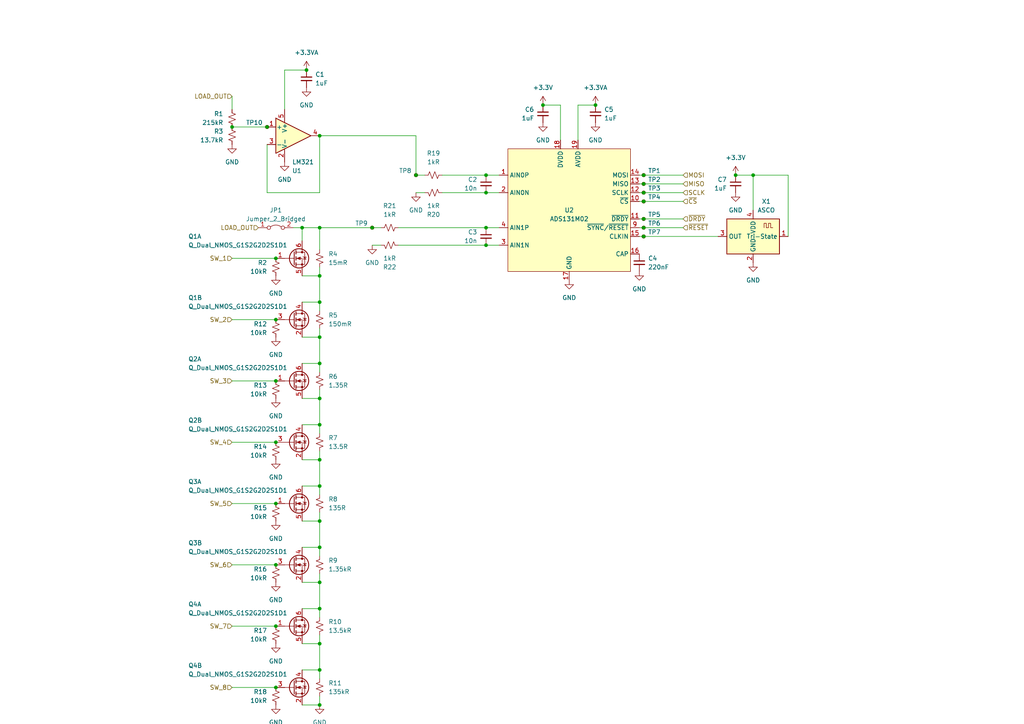
<source format=kicad_sch>
(kicad_sch (version 20231120) (generator "eeschema") (generator_version "7.99")
  (paper "A4")
  (lib_symbols
    (symbol "ADS131M02:ADS131M02"
      (property "Reference" "U" (at 0 0 0))
      (property "Value" "ADS131M02" (at 0 -2.54 0))
      (symbol "ADS131M02_0_0"
        (pin input line (at -20.32 10.16 0) (length 2.54) (name "AIN0P") (number "1"))
        (pin input line (at 20.32 2.54 180) (length 2.54) (name "~{CS}") (number "10"))
        (pin output line (at 20.32 -2.54 180) (length 2.54) (name "~{DRDY}") (number "11"))
        (pin input line (at 20.32 5.08 180) (length 2.54) (name "SCLK") (number "12"))
        (pin input line (at 20.32 -7.62 180) (length 2.54) (name "CLKIN") (number "15"))
        (pin passive line (at 20.32 -12.7 180) (length 2.54) (name "CAP") (number "16"))
        (pin power_in line (at 0 -20.32 90) (length 2.54) (name "GND") (number "17"))
        (pin power_in line (at -2.54 20.32 270) (length 2.54) (name "DVDD") (number "18"))
        (pin power_in line (at 2.54 20.32 270) (length 2.54) (name "AVDD") (number "19"))
        (pin input line (at -20.32 5.08 0) (length 2.54) (name "AIN0N") (number "2"))
        (pin passive line (at 0 -20.32 90) (length 2.54) hide (name "AGND") (number "20"))
        (pin input line (at -20.32 -10.16 0) (length 2.54) (name "AIN1N") (number "3"))
        (pin input line (at -20.32 -5.08 0) (length 2.54) (name "AIN1P") (number "4"))
        (pin no_connect line (at -7.62 -17.78 90) (length 2.54) hide (name "NC") (number "5"))
        (pin no_connect line (at -10.16 -17.78 90) (length 2.54) hide (name "NC") (number "6"))
        (pin no_connect line (at -12.7 -17.78 90) (length 2.54) hide (name "NC") (number "7"))
        (pin no_connect line (at -15.24 -17.78 90) (length 2.54) hide (name "NC") (number "8"))
        (pin bidirectional line (at 20.32 -5.08 180) (length 2.54) (name "~{SYNC}/~{RESET}") (number "9"))
      )
      (symbol "ADS131M02_1_0"
        (pin output line (at 20.32 7.62 180) (length 2.54) (name "MISO") (number "13"))
        (pin input line (at 20.32 10.16 180) (length 2.54) (name "MOSI") (number "14"))
        (pin passive line (at 0 -20.32 90) (length 2.54) hide (name "EP") (number "21"))
      )
      (symbol "ADS131M02_1_1"
        (rectangle (start -17.78 17.78) (end 17.78 -17.78) (fill (type background)))
      )
    )
    (symbol "Amplifier_Operational:LM321" (pin_names (offset 0.127))
      (property "Reference" "U" (at 0 7.62 0))
      (property "Value" "LM321" (at 0 5.08 0))
      (symbol "LM321_0_1"
        (polyline (pts (xy -5.08 5.08) (xy 5.08 0) (xy -5.08 -5.08) (xy -5.08 5.08)) (stroke (width 0.254)) (fill (type background)))
      )
      (symbol "LM321_1_1"
        (pin input line (at -7.62 2.54 0) (length 2.54) (name "+") (number "1"))
        (pin power_in line (at -2.54 -7.62 90) (length 3.81) (name "V-") (number "2"))
        (pin input line (at -7.62 -2.54 0) (length 2.54) (name "-") (number "3"))
        (pin output line (at 7.62 0 180) (length 2.54) (name "~") (number "4"))
        (pin power_in line (at -2.54 7.62 270) (length 3.81) (name "V+") (number "5"))
      )
    )
    (symbol "Connector:TestPoint_Small" (pin_numbers hide) (pin_names (offset 0.762) hide)
      (property "Reference" "TP" (at 0 3.81 0))
      (property "Value" "TestPoint_Small" (at 0 2.032 0))
      (symbol "TestPoint_Small_0_1"
        (circle (center 0 0) (radius 0.508))
      )
      (symbol "TestPoint_Small_1_1"
        (pin passive line (at 0 0 90) (length 0) (name "1") (number "1"))
      )
    )
    (symbol "Device:C_Small" (pin_numbers hide) (pin_names (offset 0.254) hide)
      (property "Reference" "C" (at 0.254 1.778 0))
      (property "Value" "C_Small" (at 0.254 -2.032 0))
      (symbol "C_Small_0_1"
        (polyline (pts (xy -1.524 -0.508) (xy 1.524 -0.508)) (stroke (width 0.3302)))
        (polyline (pts (xy -1.524 0.508) (xy 1.524 0.508)) (stroke (width 0.3048)))
      )
      (symbol "C_Small_1_1"
        (pin passive line (at 0 2.54 270) (length 2.032) (name "~") (number "1"))
        (pin passive line (at 0 -2.54 90) (length 2.032) (name "~") (number "2"))
      )
    )
    (symbol "Device:Q_Dual_NMOS_G1S2G2D2S1D1" (pin_names (offset 0) hide)
      (property "Reference" "Q" (at 6.35 1.27 0))
      (property "Value" "Q_Dual_NMOS_G1S2G2D2S1D1" (at 19.05 -1.27 0))
      (symbol "Q_Dual_NMOS_G1S2G2D2S1D1_0_1"
        (polyline (pts (xy 0.254 0) (xy -2.54 0)))
        (polyline (pts (xy 0.254 1.905) (xy 0.254 -1.905)) (stroke (width 0.254)))
        (polyline (pts (xy 0.762 -1.27) (xy 0.762 -2.286)) (stroke (width 0.254)))
        (polyline (pts (xy 0.762 0.508) (xy 0.762 -0.508)) (stroke (width 0.254)))
        (polyline (pts (xy 0.762 2.286) (xy 0.762 1.27)) (stroke (width 0.254)))
        (polyline (pts (xy 2.54 2.54) (xy 2.54 1.778)))
        (polyline (pts (xy 2.54 -2.54) (xy 2.54 0) (xy 0.762 0)))
        (polyline (pts (xy 0.762 -1.778) (xy 3.302 -1.778) (xy 3.302 1.778) (xy 0.762 1.778)))
        (polyline (pts (xy 1.016 0) (xy 2.032 0.381) (xy 2.032 -0.381) (xy 1.016 0)) (fill (type outline)))
        (polyline (pts (xy 2.794 0.508) (xy 2.921 0.381) (xy 3.683 0.381) (xy 3.81 0.254)))
        (polyline (pts (xy 3.302 0.381) (xy 2.921 -0.254) (xy 3.683 -0.254) (xy 3.302 0.381)))
        (circle (center 1.651 0) (radius 2.794) (stroke (width 0.254)))
        (circle (center 2.54 -1.778) (radius 0.254) (fill (type outline)))
        (circle (center 2.54 1.778) (radius 0.254) (fill (type outline)))
      )
      (symbol "Q_Dual_NMOS_G1S2G2D2S1D1_1_1"
        (pin input line (at -5.08 0 0) (length 2.54) (name "G") (number "1"))
        (pin passive line (at 2.54 -5.08 90) (length 2.54) (name "S") (number "5"))
        (pin passive line (at 2.54 5.08 270) (length 2.54) (name "D") (number "6"))
      )
      (symbol "Q_Dual_NMOS_G1S2G2D2S1D1_2_1"
        (pin passive line (at 2.54 -5.08 90) (length 2.54) (name "S") (number "2"))
        (pin input line (at -5.08 0 0) (length 2.54) (name "G") (number "3"))
        (pin passive line (at 2.54 5.08 270) (length 2.54) (name "D") (number "4"))
      )
    )
    (symbol "Device:R_Small_US" (pin_numbers hide) (pin_names (offset 0.254) hide)
      (property "Reference" "R" (at 0.762 0.508 0))
      (property "Value" "R_Small_US" (at 0.762 -1.016 0))
      (symbol "R_Small_US_1_1"
        (polyline (pts (xy 0 0) (xy 1.016 -0.381) (xy 0 -0.762) (xy -1.016 -1.143) (xy 0 -1.524)))
        (polyline (pts (xy 0 1.524) (xy 1.016 1.143) (xy 0 0.762) (xy -1.016 0.381) (xy 0 0)))
        (pin passive line (at 0 2.54 270) (length 1.016) (name "~") (number "1"))
        (pin passive line (at 0 -2.54 90) (length 1.016) (name "~") (number "2"))
      )
    )
    (symbol "Jumper:Jumper_2_Bridged" (pin_names (offset 0) hide)
      (property "Reference" "JP" (at 0 1.905 0))
      (property "Value" "Jumper_2_Bridged" (at 0 -2.54 0))
      (symbol "Jumper_2_Bridged_0_0"
        (circle (center -2.032 0) (radius 0.508))
        (circle (center 2.032 0) (radius 0.508))
      )
      (symbol "Jumper_2_Bridged_0_1"
        (arc (start 1.524 0.254) (mid 0 0.762) (end -1.524 0.254))
      )
      (symbol "Jumper_2_Bridged_1_1"
        (pin passive line (at -5.08 0 0) (length 2.54) (name "A") (number "1"))
        (pin passive line (at 5.08 0 180) (length 2.54) (name "B") (number "2"))
      )
    )
    (symbol "Oscillator:ASCO"
      (property "Reference" "X" (at -7.62 6.35 0))
      (property "Value" "ASCO" (at 1.27 -6.35 0))
      (symbol "ASCO_0_1"
        (rectangle (start -7.62 5.08) (end 7.62 -5.08) (stroke (width 0.254)) (fill (type background)))
        (polyline (pts (xy -5.715 2.54) (xy -5.08 2.54) (xy -5.08 3.81) (xy -4.445 3.81) (xy -4.445 2.54) (xy -3.81 2.54) (xy -3.81 3.81) (xy -3.175 3.81) (xy -3.175 2.54)))
      )
      (symbol "ASCO_1_1"
        (pin input line (at -10.16 0 0) (length 2.54) (name "Tri-State") (number "1"))
        (pin power_in line (at 0 -7.62 90) (length 2.54) (name "GND") (number "2"))
        (pin output line (at 10.16 0 180) (length 2.54) (name "OUT") (number "3"))
        (pin power_in line (at 0 7.62 270) (length 2.54) (name "VDD") (number "4"))
      )
    )
    (symbol "power:+3.3V" (power) (pin_names (offset 0))
      (property "Value" "+3.3V" (at 0 3.556 0))
      (symbol "+3.3V_0_1"
        (polyline (pts (xy -0.762 1.27) (xy 0 2.54)))
        (polyline (pts (xy 0 0) (xy 0 2.54)))
        (polyline (pts (xy 0 2.54) (xy 0.762 1.27)))
      )
      (symbol "+3.3V_1_1"
        (pin power_in line (at 0 0 90) (length 0) hide (name "+3.3V") (number "1"))
      )
    )
    (symbol "power:+3.3VA" (power) (pin_names (offset 0))
      (property "Value" "+3.3VA" (at 0 3.556 0))
      (symbol "+3.3VA_0_1"
        (polyline (pts (xy -0.762 1.27) (xy 0 2.54)))
        (polyline (pts (xy 0 0) (xy 0 2.54)))
        (polyline (pts (xy 0 2.54) (xy 0.762 1.27)))
      )
      (symbol "+3.3VA_1_1"
        (pin power_in line (at 0 0 90) (length 0) hide (name "+3.3VA") (number "1"))
      )
    )
    (symbol "power:GND" (power) (pin_names (offset 0))
      (property "Value" "GND" (at 0 -3.81 0))
      (symbol "GND_0_1"
        (polyline (pts (xy 0 0) (xy 0 -1.27) (xy 1.27 -1.27) (xy 0 -2.54) (xy -1.27 -1.27) (xy 0 -1.27)))
      )
      (symbol "GND_1_1"
        (pin power_in line (at 0 0 270) (length 0) hide (name "GND") (number "1"))
      )
    )
  )
  (junction (at 186.69 63.5))
  (junction (at 140.97 71.12))
  (junction (at 67.31 36.83))
  (junction (at 92.71 80.01))
  (junction (at 92.71 186.69))
  (junction (at 88.9 20.32))
  (junction (at 107.95 66.04))
  (junction (at 80.01 92.71))
  (junction (at 80.01 181.61))
  (junction (at 92.71 105.41))
  (junction (at 92.71 194.31))
  (junction (at 186.69 66.04))
  (junction (at 157.48 30.48))
  (junction (at 92.71 176.53))
  (junction (at 92.71 123.19))
  (junction (at 186.69 50.8))
  (junction (at 80.01 128.27))
  (junction (at 77.47 36.83))
  (junction (at 92.71 140.97))
  (junction (at 87.63 66.04))
  (junction (at 92.71 97.79))
  (junction (at 92.71 39.37))
  (junction (at 120.65 50.8))
  (junction (at 92.71 115.57))
  (junction (at 92.71 66.04))
  (junction (at 218.44 50.8))
  (junction (at 213.36 50.8))
  (junction (at 140.97 50.8))
  (junction (at 186.69 58.42))
  (junction (at 172.72 30.48))
  (junction (at 80.01 110.49))
  (junction (at 80.01 199.39))
  (junction (at 92.71 158.75))
  (junction (at 186.69 53.34))
  (junction (at 92.71 87.63))
  (junction (at 80.01 163.83))
  (junction (at 80.01 146.05))
  (junction (at 92.71 151.13))
  (junction (at 92.71 133.35))
  (junction (at 140.97 66.04))
  (junction (at 92.71 204.47))
  (junction (at 186.69 68.58))
  (junction (at 140.97 55.88))
  (junction (at 186.69 55.88))
  (junction (at 80.01 74.93))
  (junction (at 92.71 168.91))
  (wire (pts (xy 87.63 194.31) (xy 92.71 194.31)))
  (wire (pts (xy 85.09 66.04) (xy 87.63 66.04)))
  (wire (pts (xy 92.71 97.79) (xy 92.71 105.41)))
  (wire (pts (xy 87.63 204.47) (xy 92.71 204.47)))
  (wire (pts (xy 186.69 50.8) (xy 185.42 50.8)))
  (wire (pts (xy 92.71 80.01) (xy 92.71 77.47)))
  (wire (pts (xy 87.63 168.91) (xy 92.71 168.91)))
  (wire (pts (xy 228.6 50.8) (xy 228.6 68.58)))
  (wire (pts (xy 87.63 140.97) (xy 92.71 140.97)))
  (wire (pts (xy 67.31 36.83) (xy 77.47 36.83)))
  (wire (pts (xy 92.71 151.13) (xy 92.71 148.59)))
  (wire (pts (xy 82.55 31.75) (xy 82.55 20.32)))
  (wire (pts (xy 186.69 68.58) (xy 208.28 68.58)))
  (wire (pts (xy 67.31 163.83) (xy 80.01 163.83)))
  (wire (pts (xy 186.69 66.04) (xy 185.42 66.04)))
  (wire (pts (xy 140.97 55.88) (xy 144.78 55.88)))
  (wire (pts (xy 140.97 66.04) (xy 144.78 66.04)))
  (wire (pts (xy 87.63 66.04) (xy 87.63 69.85)))
  (wire (pts (xy 67.31 128.27) (xy 80.01 128.27)))
  (wire (pts (xy 185.42 68.58) (xy 186.69 68.58)))
  (wire (pts (xy 87.63 158.75) (xy 92.71 158.75)))
  (wire (pts (xy 120.65 55.88) (xy 123.19 55.88)))
  (wire (pts (xy 198.12 53.34) (xy 186.69 53.34)))
  (wire (pts (xy 186.69 63.5) (xy 185.42 63.5)))
  (wire (pts (xy 162.56 30.48) (xy 157.48 30.48)))
  (wire (pts (xy 87.63 80.01) (xy 92.71 80.01)))
  (wire (pts (xy 67.31 74.93) (xy 80.01 74.93)))
  (wire (pts (xy 92.71 194.31) (xy 92.71 196.85)))
  (wire (pts (xy 128.27 50.8) (xy 140.97 50.8)))
  (wire (pts (xy 92.71 66.04) (xy 92.71 72.39)))
  (wire (pts (xy 167.64 40.64) (xy 167.64 30.48)))
  (wire (pts (xy 67.31 92.71) (xy 80.01 92.71)))
  (wire (pts (xy 186.69 53.34) (xy 185.42 53.34)))
  (wire (pts (xy 77.47 55.88) (xy 92.71 55.88)))
  (wire (pts (xy 107.95 71.12) (xy 110.49 71.12)))
  (wire (pts (xy 92.71 176.53) (xy 92.71 179.07)))
  (wire (pts (xy 92.71 186.69) (xy 92.71 184.15)))
  (wire (pts (xy 67.31 27.94) (xy 67.31 31.75)))
  (wire (pts (xy 186.69 58.42) (xy 185.42 58.42)))
  (wire (pts (xy 218.44 50.8) (xy 228.6 50.8)))
  (wire (pts (xy 198.12 50.8) (xy 186.69 50.8)))
  (wire (pts (xy 67.31 199.39) (xy 80.01 199.39)))
  (wire (pts (xy 140.97 50.8) (xy 144.78 50.8)))
  (wire (pts (xy 92.71 204.47) (xy 92.71 201.93)))
  (wire (pts (xy 67.31 181.61) (xy 80.01 181.61)))
  (wire (pts (xy 186.69 55.88) (xy 185.42 55.88)))
  (wire (pts (xy 218.44 60.96) (xy 218.44 50.8)))
  (wire (pts (xy 115.57 71.12) (xy 140.97 71.12)))
  (wire (pts (xy 167.64 30.48) (xy 172.72 30.48)))
  (wire (pts (xy 92.71 123.19) (xy 92.71 125.73)))
  (wire (pts (xy 92.71 80.01) (xy 92.71 87.63)))
  (wire (pts (xy 115.57 66.04) (xy 140.97 66.04)))
  (wire (pts (xy 123.19 50.8) (xy 120.65 50.8)))
  (wire (pts (xy 198.12 58.42) (xy 186.69 58.42)))
  (wire (pts (xy 87.63 97.79) (xy 92.71 97.79)))
  (wire (pts (xy 87.63 115.57) (xy 92.71 115.57)))
  (wire (pts (xy 198.12 55.88) (xy 186.69 55.88)))
  (wire (pts (xy 107.95 66.04) (xy 110.49 66.04)))
  (wire (pts (xy 120.65 50.8) (xy 120.65 39.37)))
  (wire (pts (xy 87.63 186.69) (xy 92.71 186.69)))
  (wire (pts (xy 128.27 55.88) (xy 140.97 55.88)))
  (wire (pts (xy 87.63 66.04) (xy 92.71 66.04)))
  (wire (pts (xy 198.12 66.04) (xy 186.69 66.04)))
  (wire (pts (xy 87.63 151.13) (xy 92.71 151.13)))
  (wire (pts (xy 92.71 168.91) (xy 92.71 166.37)))
  (wire (pts (xy 92.71 186.69) (xy 92.71 194.31)))
  (wire (pts (xy 92.71 87.63) (xy 92.71 90.17)))
  (wire (pts (xy 92.71 105.41) (xy 92.71 107.95)))
  (wire (pts (xy 162.56 40.64) (xy 162.56 30.48)))
  (wire (pts (xy 92.71 115.57) (xy 92.71 113.03)))
  (wire (pts (xy 87.63 133.35) (xy 92.71 133.35)))
  (wire (pts (xy 87.63 87.63) (xy 92.71 87.63)))
  (wire (pts (xy 92.71 115.57) (xy 92.71 123.19)))
  (wire (pts (xy 67.31 110.49) (xy 80.01 110.49)))
  (wire (pts (xy 218.44 50.8) (xy 213.36 50.8)))
  (wire (pts (xy 92.71 133.35) (xy 92.71 130.81)))
  (wire (pts (xy 77.47 41.91) (xy 77.47 55.88)))
  (wire (pts (xy 92.71 140.97) (xy 92.71 143.51)))
  (wire (pts (xy 87.63 176.53) (xy 92.71 176.53)))
  (wire (pts (xy 92.71 66.04) (xy 107.95 66.04)))
  (wire (pts (xy 198.12 63.5) (xy 186.69 63.5)))
  (wire (pts (xy 92.71 133.35) (xy 92.71 140.97)))
  (wire (pts (xy 92.71 158.75) (xy 92.71 161.29)))
  (wire (pts (xy 92.71 168.91) (xy 92.71 176.53)))
  (wire (pts (xy 82.55 20.32) (xy 88.9 20.32)))
  (wire (pts (xy 92.71 55.88) (xy 92.71 39.37)))
  (wire (pts (xy 140.97 71.12) (xy 144.78 71.12)))
  (wire (pts (xy 67.31 146.05) (xy 80.01 146.05)))
  (wire (pts (xy 92.71 97.79) (xy 92.71 95.25)))
  (wire (pts (xy 87.63 105.41) (xy 92.71 105.41)))
  (wire (pts (xy 92.71 151.13) (xy 92.71 158.75)))
  (wire (pts (xy 120.65 39.37) (xy 92.71 39.37)))
  (wire (pts (xy 87.63 123.19) (xy 92.71 123.19)))
  (hierarchical_label "~{RESET}" (shape input) (at 198.12 66.04 0))
  (hierarchical_label "SW_5" (shape input) (at 67.31 146.05 180))
  (hierarchical_label "SW_8" (shape input) (at 67.31 199.39 180))
  (hierarchical_label "~{CS}" (shape input) (at 198.12 58.42 0))
  (hierarchical_label "SCLK" (shape input) (at 198.12 55.88 0))
  (hierarchical_label "~{DRDY}" (shape input) (at 198.12 63.5 0))
  (hierarchical_label "SW_3" (shape input) (at 67.31 110.49 180))
  (hierarchical_label "LOAD_OUT" (shape input) (at 67.31 27.94 180))
  (hierarchical_label "SW_1" (shape input) (at 67.31 74.93 180))
  (hierarchical_label "LOAD_OUT" (shape input) (at 74.93 66.04 180))
  (hierarchical_label "SW_2" (shape input) (at 67.31 92.71 180))
  (hierarchical_label "MISO" (shape input) (at 198.12 53.34 0))
  (hierarchical_label "SW_4" (shape input) (at 67.31 128.27 180))
  (hierarchical_label "MOSI" (shape input) (at 198.12 50.8 0))
  (hierarchical_label "SW_6" (shape input) (at 67.31 163.83 180))
  (hierarchical_label "SW_7" (shape input) (at 67.31 181.61 180))
  (symbol (lib_id "Device:R_Small_US") (at 80.01 77.47 0) (unit 1)
    (property "Reference" "R2" (at 77.47 76.1999 0) (effects (justify right)))
    (property "Value" "10kR" (at 77.47 78.7399 0) (effects (justify right)))
    (property "Description" "Resistor, small US symbol" (effects (hide yes)))
  )
  (symbol (lib_id "ADS131M02:ADS131M02") (at 165.1 60.96 0) (unit 1)
    (property "Reference" "U2" (at 165.1 60.96 0))
    (property "Value" "ADS131M02" (at 165.1 63.5 0))
    (property "Footprint" "Package_DFN_QFN:WQFN-20-1EP_3x3mm_P0.4mm_EP1.7x1.7mm_ThermalVias" (effects (hide yes)))
  )
  (symbol (lib_id "power:+3.3VA") (at 88.9 20.32 0) (unit 1)
    (property "Reference" "#PWR023" (effects (hide yes)))
    (property "Value" "+3.3VA" (at 88.9 15.24 0))
    (property "Description" "Power symbol creates a global label with name \"+3.3VA\"" (effects (hide yes)))
  )
  (symbol (lib_id "Device:R_Small_US") (at 125.73 55.88 90) (mirror x) (unit 1)
    (property "Reference" "R20" (at 125.73 62.23 90))
    (property "Value" "1kR" (at 125.73 59.69 90))
    (property "Description" "Resistor, small US symbol" (effects (hide yes)))
  )
  (symbol (lib_id "Connector:TestPoint_Small") (at 186.69 63.5 0) (unit 1)
    (property "Reference" "TP5" (at 187.96 62.2299 0) (effects (justify left)))
    (property "Value" "TestPoint_Small" (effects (hide yes)))
    (property "Description" "test point" (effects (hide yes)))
  )
  (symbol (lib_id "Device:Q_Dual_NMOS_G1S2G2D2S1D1") (at 85.09 92.71 0) (unit 2)
    (property "Reference" "Q1" (at 54.61 86.36 0) (effects (justify left)))
    (property "Value" "Q_Dual_NMOS_G1S2G2D2S1D1" (at 54.61 88.9 0) (effects (justify left)))
    (property "Description" "Dual NMOS transistor, 6 pin package" (effects (hide yes)))
  )
  (symbol (lib_id "power:GND") (at 185.42 78.74 0) (unit 1)
    (property "Reference" "#PWR016" (effects (hide yes)))
    (property "Value" "GND" (at 185.42 83.82 0))
    (property "Description" "Power symbol creates a global label with name \"GND\" , ground" (effects (hide yes)))
  )
  (symbol (lib_id "Device:R_Small_US") (at 67.31 39.37 0) (unit 1)
    (property "Reference" "R3" (at 64.77 38.0999 0) (effects (justify right)))
    (property "Value" "13.7kR" (at 64.77 40.6399 0) (effects (justify right)))
    (property "Description" "Resistor, small US symbol" (effects (hide yes)))
  )
  (symbol (lib_id "Device:C_Small") (at 140.97 53.34 0) (unit 1)
    (property "Reference" "C2" (at 138.43 52.0762 0) (effects (justify right)))
    (property "Value" "10n" (at 138.43 54.6162 0) (effects (justify right)))
    (property "Description" "Unpolarized capacitor, small symbol" (effects (hide yes)))
  )
  (symbol (lib_id "Connector:TestPoint_Small") (at 77.47 36.83 0) (mirror y) (unit 1)
    (property "Reference" "TP10" (at 76.2 35.5599 0) (effects (justify left)))
    (property "Value" "TestPoint_Small" (effects (hide yes)))
    (property "Description" "test point" (effects (hide yes)))
  )
  (symbol (lib_id "Device:C_Small") (at 157.48 33.02 0) (unit 1)
    (property "Reference" "C6" (at 154.94 31.7562 0) (effects (justify right)))
    (property "Value" "1uF" (at 154.94 34.2962 0) (effects (justify right)))
    (property "Description" "Unpolarized capacitor, small symbol" (effects (hide yes)))
  )
  (symbol (lib_id "Connector:TestPoint_Small") (at 107.95 66.04 0) (mirror y) (unit 1)
    (property "Reference" "TP9" (at 106.68 64.7699 0) (effects (justify left)))
    (property "Value" "TestPoint_Small" (effects (hide yes)))
    (property "Description" "test point" (effects (hide yes)))
  )
  (symbol (lib_id "Device:C_Small") (at 185.42 76.2 0) (unit 1)
    (property "Reference" "C4" (at 187.96 74.9362 0) (effects (justify left)))
    (property "Value" "220nF" (at 187.96 77.4762 0) (effects (justify left)))
    (property "Description" "Unpolarized capacitor, small symbol" (effects (hide yes)))
  )
  (symbol (lib_id "power:GND") (at 107.95 71.12 0) (unit 1)
    (property "Reference" "#PWR014" (effects (hide yes)))
    (property "Value" "GND" (at 107.95 76.2 0))
    (property "Description" "Power symbol creates a global label with name \"GND\" , ground" (effects (hide yes)))
  )
  (symbol (lib_id "Device:R_Small_US") (at 125.73 50.8 90) (unit 1)
    (property "Reference" "R19" (at 125.73 44.45 90))
    (property "Value" "1kR" (at 125.73 46.99 90))
    (property "Description" "Resistor, small US symbol" (effects (hide yes)))
  )
  (symbol (lib_id "power:GND") (at 80.01 133.35 0) (unit 1)
    (property "Reference" "#PWR08" (effects (hide yes)))
    (property "Value" "GND" (at 80.01 138.43 0))
    (property "Description" "Power symbol creates a global label with name \"GND\" , ground" (effects (hide yes)))
  )
  (symbol (lib_id "Device:C_Small") (at 88.9 22.86 0) (unit 1)
    (property "Reference" "C1" (at 91.44 21.5962 0) (effects (justify left)))
    (property "Value" "1uF" (at 91.44 24.1362 0) (effects (justify left)))
    (property "Description" "Unpolarized capacitor, small symbol" (effects (hide yes)))
  )
  (symbol (lib_id "Device:R_Small_US") (at 80.01 113.03 0) (unit 1)
    (property "Reference" "R13" (at 77.47 111.7599 0) (effects (justify right)))
    (property "Value" "10kR" (at 77.47 114.2999 0) (effects (justify right)))
    (property "Description" "Resistor, small US symbol" (effects (hide yes)))
  )
  (symbol (lib_id "Device:Q_Dual_NMOS_G1S2G2D2S1D1") (at 85.09 110.49 0) (unit 1)
    (property "Reference" "Q2" (at 54.61 104.14 0) (effects (justify left)))
    (property "Value" "Q_Dual_NMOS_G1S2G2D2S1D1" (at 54.61 106.68 0) (effects (justify left)))
    (property "Description" "Dual NMOS transistor, 6 pin package" (effects (hide yes)))
  )
  (symbol (lib_id "power:GND") (at 80.01 80.01 0) (unit 1)
    (property "Reference" "#PWR05" (effects (hide yes)))
    (property "Value" "GND" (at 80.01 85.09 0))
    (property "Description" "Power symbol creates a global label with name \"GND\" , ground" (effects (hide yes)))
  )
  (symbol (lib_id "Device:R_Small_US") (at 80.01 166.37 0) (unit 1)
    (property "Reference" "R16" (at 77.47 165.0999 0) (effects (justify right)))
    (property "Value" "10kR" (at 77.47 167.6399 0) (effects (justify right)))
    (property "Description" "Resistor, small US symbol" (effects (hide yes)))
  )
  (symbol (lib_id "power:+3.3V") (at 157.48 30.48 0) (unit 1)
    (property "Reference" "#PWR024" (effects (hide yes)))
    (property "Value" "+3.3V" (at 157.48 25.4 0))
    (property "Description" "Power symbol creates a global label with name \"+3.3V\"" (effects (hide yes)))
  )
  (symbol (lib_id "Device:R_Small_US") (at 92.71 181.61 0) (mirror y) (unit 1)
    (property "Reference" "R10" (at 95.25 180.3399 0) (effects (justify right)))
    (property "Value" "13.5kR" (at 95.25 182.8799 0) (effects (justify right)))
    (property "Description" "Resistor, small US symbol" (effects (hide yes)))
  )
  (symbol (lib_id "Device:R_Small_US") (at 92.71 74.93 0) (mirror y) (unit 1)
    (property "Reference" "R4" (at 95.25 73.6599 0) (effects (justify right)))
    (property "Value" "15mR" (at 95.25 76.1999 0) (effects (justify right)))
    (property "Description" "Resistor, small US symbol" (effects (hide yes)))
  )
  (symbol (lib_id "power:+3.3VA") (at 172.72 30.48 0) (unit 1)
    (property "Reference" "#PWR022" (effects (hide yes)))
    (property "Value" "+3.3VA" (at 172.72 25.4 0))
    (property "Description" "Power symbol creates a global label with name \"+3.3VA\"" (effects (hide yes)))
  )
  (symbol (lib_id "Device:R_Small_US") (at 80.01 130.81 0) (unit 1)
    (property "Reference" "R14" (at 77.47 129.5399 0) (effects (justify right)))
    (property "Value" "10kR" (at 77.47 132.0799 0) (effects (justify right)))
    (property "Description" "Resistor, small US symbol" (effects (hide yes)))
  )
  (symbol (lib_id "Connector:TestPoint_Small") (at 186.69 58.42 0) (unit 1)
    (property "Reference" "TP4" (at 187.96 57.1499 0) (effects (justify left)))
    (property "Value" "TestPoint_Small" (effects (hide yes)))
    (property "Description" "test point" (effects (hide yes)))
  )
  (symbol (lib_id "Device:R_Small_US") (at 80.01 184.15 0) (unit 1)
    (property "Reference" "R17" (at 77.47 182.8799 0) (effects (justify right)))
    (property "Value" "10kR" (at 77.47 185.4199 0) (effects (justify right)))
    (property "Description" "Resistor, small US symbol" (effects (hide yes)))
  )
  (symbol (lib_id "power:GND") (at 213.36 55.88 0) (mirror y) (unit 1)
    (property "Reference" "#PWR020" (effects (hide yes)))
    (property "Value" "GND" (at 213.36 60.96 0))
    (property "Description" "Power symbol creates a global label with name \"GND\" , ground" (effects (hide yes)))
  )
  (symbol (lib_id "power:GND") (at 92.71 204.47 0) (unit 1)
    (property "Reference" "#PWR04" (effects (hide yes)))
    (property "Value" "GND" (at 92.71 209.55 0))
    (property "Description" "Power symbol creates a global label with name \"GND\" , ground" (effects (hide yes)))
  )
  (symbol (lib_id "Device:R_Small_US") (at 113.03 66.04 90) (unit 1)
    (property "Reference" "R21" (at 113.03 59.69 90))
    (property "Value" "1kR" (at 113.03 62.23 90))
    (property "Description" "Resistor, small US symbol" (effects (hide yes)))
  )
  (symbol (lib_id "Device:R_Small_US") (at 92.71 92.71 0) (mirror y) (unit 1)
    (property "Reference" "R5" (at 95.25 91.4399 0) (effects (justify right)))
    (property "Value" "150mR" (at 95.25 93.9799 0) (effects (justify right)))
    (property "Description" "Resistor, small US symbol" (effects (hide yes)))
  )
  (symbol (lib_id "power:GND") (at 80.01 168.91 0) (unit 1)
    (property "Reference" "#PWR010" (effects (hide yes)))
    (property "Value" "GND" (at 80.01 173.99 0))
    (property "Description" "Power symbol creates a global label with name \"GND\" , ground" (effects (hide yes)))
  )
  (symbol (lib_id "power:GND") (at 80.01 204.47 0) (unit 1)
    (property "Reference" "#PWR012" (effects (hide yes)))
    (property "Value" "GND" (at 80.01 209.55 0))
    (property "Description" "Power symbol creates a global label with name \"GND\" , ground" (effects (hide yes)))
  )
  (symbol (lib_id "Device:C_Small") (at 172.72 33.02 0) (unit 1)
    (property "Reference" "C5" (at 175.26 31.7562 0) (effects (justify left)))
    (property "Value" "1uF" (at 175.26 34.2962 0) (effects (justify left)))
    (property "Description" "Unpolarized capacitor, small symbol" (effects (hide yes)))
  )
  (symbol (lib_id "Device:R_Small_US") (at 113.03 71.12 90) (mirror x) (unit 1)
    (property "Reference" "R22" (at 113.03 77.47 90))
    (property "Value" "1kR" (at 113.03 74.93 90))
    (property "Description" "Resistor, small US symbol" (effects (hide yes)))
  )
  (symbol (lib_id "Connector:TestPoint_Small") (at 186.69 55.88 0) (unit 1)
    (property "Reference" "TP3" (at 187.96 54.6099 0) (effects (justify left)))
    (property "Value" "TestPoint_Small" (effects (hide yes)))
    (property "Description" "test point" (effects (hide yes)))
  )
  (symbol (lib_id "Device:Q_Dual_NMOS_G1S2G2D2S1D1") (at 85.09 199.39 0) (unit 2)
    (property "Reference" "Q4" (at 54.61 193.04 0) (effects (justify left)))
    (property "Value" "Q_Dual_NMOS_G1S2G2D2S1D1" (at 54.61 195.58 0) (effects (justify left)))
    (property "Description" "Dual NMOS transistor, 6 pin package" (effects (hide yes)))
  )
  (symbol (lib_id "Device:Q_Dual_NMOS_G1S2G2D2S1D1") (at 85.09 163.83 0) (unit 2)
    (property "Reference" "Q3" (at 54.61 157.48 0) (effects (justify left)))
    (property "Value" "Q_Dual_NMOS_G1S2G2D2S1D1" (at 54.61 160.02 0) (effects (justify left)))
    (property "Description" "Dual NMOS transistor, 6 pin package" (effects (hide yes)))
  )
  (symbol (lib_id "Amplifier_Operational:LM321") (at 85.09 39.37 0) (unit 1)
    (property "Reference" "U1" (at 84.7441 49.53 0) (effects (justify left)))
    (property "Value" "LM321" (at 84.7441 46.99 0) (effects (justify left)))
    (property "Footprint" "Package_TO_SOT_SMD:SOT-23-5" (effects (hide yes)))
    (property "Datasheet" "http://www.ti.com/lit/ds/symlink/lm321.pdf" (effects (hide yes)))
    (property "Description" "Low Power Single Operational Amplifier, SOT-23-5" (effects (hide yes)))
  )
  (symbol (lib_id "Device:R_Small_US") (at 92.71 146.05 0) (mirror y) (unit 1)
    (property "Reference" "R8" (at 95.25 144.7799 0) (effects (justify right)))
    (property "Value" "135R" (at 95.25 147.3199 0) (effects (justify right)))
    (property "Description" "Resistor, small US symbol" (effects (hide yes)))
  )
  (symbol (lib_id "Device:R_Small_US") (at 67.31 34.29 0) (unit 1)
    (property "Reference" "R1" (at 64.77 33.0199 0) (effects (justify right)))
    (property "Value" "215kR" (at 64.77 35.5599 0) (effects (justify right)))
    (property "Description" "Resistor, small US symbol" (effects (hide yes)))
  )
  (symbol (lib_id "power:GND") (at 80.01 186.69 0) (unit 1)
    (property "Reference" "#PWR011" (effects (hide yes)))
    (property "Value" "GND" (at 80.01 191.77 0))
    (property "Description" "Power symbol creates a global label with name \"GND\" , ground" (effects (hide yes)))
  )
  (symbol (lib_id "power:GND") (at 80.01 151.13 0) (unit 1)
    (property "Reference" "#PWR09" (effects (hide yes)))
    (property "Value" "GND" (at 80.01 156.21 0))
    (property "Description" "Power symbol creates a global label with name \"GND\" , ground" (effects (hide yes)))
  )
  (symbol (lib_id "power:GND") (at 157.48 35.56 0) (mirror y) (unit 1)
    (property "Reference" "#PWR018" (effects (hide yes)))
    (property "Value" "GND" (at 157.48 40.64 0))
    (property "Description" "Power symbol creates a global label with name \"GND\" , ground" (effects (hide yes)))
  )
  (symbol (lib_id "Device:C_Small") (at 213.36 53.34 0) (mirror y) (unit 1)
    (property "Reference" "C7" (at 210.82 52.0762 0) (effects (justify left)))
    (property "Value" "1uF" (at 210.82 54.6162 0) (effects (justify left)))
    (property "Description" "Unpolarized capacitor, small symbol" (effects (hide yes)))
  )
  (symbol (lib_id "Oscillator:ASCO") (at 218.44 68.58 0) (mirror y) (unit 1)
    (property "Reference" "X1" (at 222.25 58.42 0))
    (property "Value" "ASCO" (at 222.25 60.96 0))
    (property "Footprint" "Oscillator:Oscillator_SMD_Abracon_ASCO-4Pin_1.6x1.2mm" (effects (hide yes)))
    (property "Datasheet" "https://abracon.com/Oscillators/ASCO.pdf" (effects (hide yes)))
    (property "Description" "Crystal Clock Oscillator, Abracon ASCO" (effects (hide yes)))
  )
  (symbol (lib_id "power:GND") (at 120.65 55.88 0) (unit 1)
    (property "Reference" "#PWR013" (effects (hide yes)))
    (property "Value" "GND" (at 120.65 60.96 0))
    (property "Description" "Power symbol creates a global label with name \"GND\" , ground" (effects (hide yes)))
  )
  (symbol (lib_id "power:GND") (at 80.01 97.79 0) (unit 1)
    (property "Reference" "#PWR06" (effects (hide yes)))
    (property "Value" "GND" (at 80.01 102.87 0))
    (property "Description" "Power symbol creates a global label with name \"GND\" , ground" (effects (hide yes)))
  )
  (symbol (lib_id "Device:Q_Dual_NMOS_G1S2G2D2S1D1") (at 85.09 74.93 0) (unit 1)
    (property "Reference" "Q1" (at 54.61 68.58 0) (effects (justify left)))
    (property "Value" "Q_Dual_NMOS_G1S2G2D2S1D1" (at 54.61 71.12 0) (effects (justify left)))
    (property "Description" "Dual NMOS transistor, 6 pin package" (effects (hide yes)))
  )
  (symbol (lib_id "Connector:TestPoint_Small") (at 120.65 50.8 0) (mirror y) (unit 1)
    (property "Reference" "TP8" (at 119.38 49.5299 0) (effects (justify left)))
    (property "Value" "TestPoint_Small" (effects (hide yes)))
    (property "Description" "test point" (effects (hide yes)))
  )
  (symbol (lib_id "Device:R_Small_US") (at 92.71 128.27 0) (mirror y) (unit 1)
    (property "Reference" "R7" (at 95.25 126.9999 0) (effects (justify right)))
    (property "Value" "13.5R" (at 95.25 129.5399 0) (effects (justify right)))
    (property "Description" "Resistor, small US symbol" (effects (hide yes)))
  )
  (symbol (lib_id "Jumper:Jumper_2_Bridged") (at 80.01 66.04 0) (unit 1)
    (property "Reference" "JP1" (at 80.01 60.96 0))
    (property "Value" "Jumper_2_Bridged" (at 80.01 63.5 0))
    (property "Description" "Jumper, 2-pole, closed/bridged" (effects (hide yes)))
  )
  (symbol (lib_id "Connector:TestPoint_Small") (at 186.69 50.8 0) (unit 1)
    (property "Reference" "TP1" (at 187.96 49.5299 0) (effects (justify left)))
    (property "Value" "TestPoint_Small" (effects (hide yes)))
    (property "Description" "test point" (effects (hide yes)))
  )
  (symbol (lib_id "Device:R_Small_US") (at 92.71 163.83 0) (mirror y) (unit 1)
    (property "Reference" "R9" (at 95.25 162.5599 0) (effects (justify right)))
    (property "Value" "1.35kR" (at 95.25 165.0999 0) (effects (justify right)))
    (property "Description" "Resistor, small US symbol" (effects (hide yes)))
  )
  (symbol (lib_id "Device:Q_Dual_NMOS_G1S2G2D2S1D1") (at 85.09 128.27 0) (unit 2)
    (property "Reference" "Q2" (at 54.61 121.92 0) (effects (justify left)))
    (property "Value" "Q_Dual_NMOS_G1S2G2D2S1D1" (at 54.61 124.46 0) (effects (justify left)))
    (property "Description" "Dual NMOS transistor, 6 pin package" (effects (hide yes)))
  )
  (symbol (lib_id "Device:Q_Dual_NMOS_G1S2G2D2S1D1") (at 85.09 146.05 0) (unit 1)
    (property "Reference" "Q3" (at 54.61 139.7 0) (effects (justify left)))
    (property "Value" "Q_Dual_NMOS_G1S2G2D2S1D1" (at 54.61 142.24 0) (effects (justify left)))
    (property "Description" "Dual NMOS transistor, 6 pin package" (effects (hide yes)))
  )
  (symbol (lib_id "power:GND") (at 88.9 25.4 0) (unit 1)
    (property "Reference" "#PWR03" (effects (hide yes)))
    (property "Value" "GND" (at 88.9 30.48 0))
    (property "Description" "Power symbol creates a global label with name \"GND\" , ground" (effects (hide yes)))
  )
  (symbol (lib_id "Connector:TestPoint_Small") (at 186.69 53.34 0) (unit 1)
    (property "Reference" "TP2" (at 187.96 52.0699 0) (effects (justify left)))
    (property "Value" "TestPoint_Small" (effects (hide yes)))
    (property "Description" "test point" (effects (hide yes)))
  )
  (symbol (lib_id "power:GND") (at 82.55 46.99 0) (unit 1)
    (property "Reference" "#PWR01" (effects (hide yes)))
    (property "Value" "GND" (at 82.55 52.07 0))
    (property "Description" "Power symbol creates a global label with name \"GND\" , ground" (effects (hide yes)))
  )
  (symbol (lib_id "Connector:TestPoint_Small") (at 186.69 68.58 0) (unit 1)
    (property "Reference" "TP7" (at 187.96 67.3099 0) (effects (justify left)))
    (property "Value" "TestPoint_Small" (effects (hide yes)))
    (property "Description" "test point" (effects (hide yes)))
  )
  (symbol (lib_id "Device:R_Small_US") (at 80.01 148.59 0) (unit 1)
    (property "Reference" "R15" (at 77.47 147.3199 0) (effects (justify right)))
    (property "Value" "10kR" (at 77.47 149.8599 0) (effects (justify right)))
    (property "Description" "Resistor, small US symbol" (effects (hide yes)))
  )
  (symbol (lib_id "Device:R_Small_US") (at 80.01 201.93 0) (unit 1)
    (property "Reference" "R18" (at 77.47 200.6599 0) (effects (justify right)))
    (property "Value" "10kR" (at 77.47 203.1999 0) (effects (justify right)))
    (property "Description" "Resistor, small US symbol" (effects (hide yes)))
  )
  (symbol (lib_id "power:GND") (at 165.1 81.28 0) (unit 1)
    (property "Reference" "#PWR015" (effects (hide yes)))
    (property "Value" "GND" (at 165.1 86.36 0))
    (property "Description" "Power symbol creates a global label with name \"GND\" , ground" (effects (hide yes)))
  )
  (symbol (lib_id "power:GND") (at 67.31 41.91 0) (unit 1)
    (property "Reference" "#PWR02" (effects (hide yes)))
    (property "Value" "GND" (at 67.31 46.99 0))
    (property "Description" "Power symbol creates a global label with name \"GND\" , ground" (effects (hide yes)))
  )
  (symbol (lib_id "Device:R_Small_US") (at 92.71 199.39 0) (mirror y) (unit 1)
    (property "Reference" "R11" (at 95.25 198.1199 0) (effects (justify right)))
    (property "Value" "135kR" (at 95.25 200.6599 0) (effects (justify right)))
    (property "Description" "Resistor, small US symbol" (effects (hide yes)))
  )
  (symbol (lib_id "Device:Q_Dual_NMOS_G1S2G2D2S1D1") (at 85.09 181.61 0) (unit 1)
    (property "Reference" "Q4" (at 54.61 175.26 0) (effects (justify left)))
    (property "Value" "Q_Dual_NMOS_G1S2G2D2S1D1" (at 54.61 177.8 0) (effects (justify left)))
    (property "Description" "Dual NMOS transistor, 6 pin package" (effects (hide yes)))
  )
  (symbol (lib_id "power:GND") (at 172.72 35.56 0) (unit 1)
    (property "Reference" "#PWR017" (effects (hide yes)))
    (property "Value" "GND" (at 172.72 40.64 0))
    (property "Description" "Power symbol creates a global label with name \"GND\" , ground" (effects (hide yes)))
  )
  (symbol (lib_id "Device:R_Small_US") (at 80.01 95.25 0) (unit 1)
    (property "Reference" "R12" (at 77.47 93.9799 0) (effects (justify right)))
    (property "Value" "10kR" (at 77.47 96.5199 0) (effects (justify right)))
    (property "Description" "Resistor, small US symbol" (effects (hide yes)))
  )
  (symbol (lib_id "Device:C_Small") (at 140.97 68.58 0) (unit 1)
    (property "Reference" "C3" (at 138.43 67.3162 0) (effects (justify right)))
    (property "Value" "10n" (at 138.43 69.8562 0) (effects (justify right)))
    (property "Description" "Unpolarized capacitor, small symbol" (effects (hide yes)))
  )
  (symbol (lib_id "power:GND") (at 80.01 115.57 0) (unit 1)
    (property "Reference" "#PWR07" (effects (hide yes)))
    (property "Value" "GND" (at 80.01 120.65 0))
    (property "Description" "Power symbol creates a global label with name \"GND\" , ground" (effects (hide yes)))
  )
  (symbol (lib_id "power:GND") (at 218.44 76.2 0) (unit 1)
    (property "Reference" "#PWR019" (effects (hide yes)))
    (property "Value" "GND" (at 218.44 81.28 0))
    (property "Description" "Power symbol creates a global label with name \"GND\" , ground" (effects (hide yes)))
  )
  (symbol (lib_id "power:+3.3V") (at 213.36 50.8 0) (unit 1)
    (property "Reference" "#PWR021" (effects (hide yes)))
    (property "Value" "+3.3V" (at 213.36 45.72 0))
    (property "Description" "Power symbol creates a global label with name \"+3.3V\"" (effects (hide yes)))
  )
  (symbol (lib_id "Connector:TestPoint_Small") (at 186.69 66.04 0) (unit 1)
    (property "Reference" "TP6" (at 187.96 64.7699 0) (effects (justify left)))
    (property "Value" "TestPoint_Small" (effects (hide yes)))
    (property "Description" "test point" (effects (hide yes)))
  )
  (symbol (lib_id "Device:R_Small_US") (at 92.71 110.49 0) (mirror y) (unit 1)
    (property "Reference" "R6" (at 95.25 109.2199 0) (effects (justify right)))
    (property "Value" "1.35R" (at 95.25 111.7599 0) (effects (justify right)))
    (property "Description" "Resistor, small US symbol" (effects (hide yes)))
  )
)
</source>
